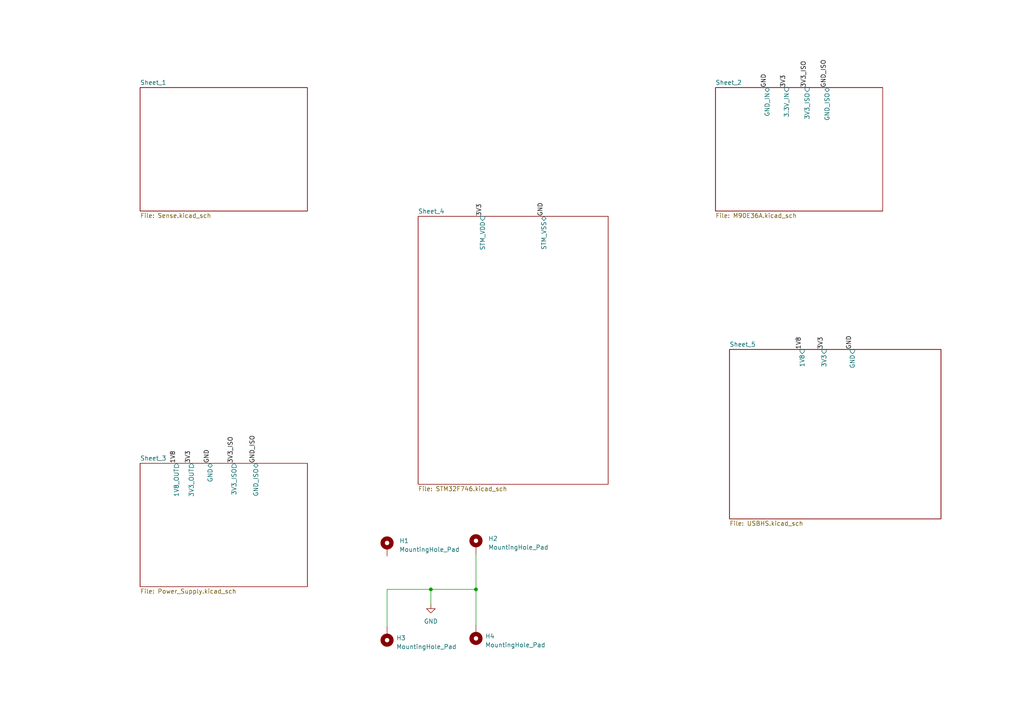
<source format=kicad_sch>
(kicad_sch
	(version 20231120)
	(generator "eeschema")
	(generator_version "8.0")
	(uuid "5e8c30f3-de14-4fc0-8b73-d4747672d79c")
	(paper "A4")
	(lib_symbols
		(symbol "Mechanical:MountingHole_Pad"
			(pin_numbers hide)
			(pin_names
				(offset 1.016) hide)
			(exclude_from_sim no)
			(in_bom yes)
			(on_board yes)
			(property "Reference" "H"
				(at 0 6.35 0)
				(effects
					(font
						(size 1.27 1.27)
					)
				)
			)
			(property "Value" "MountingHole_Pad"
				(at 0 4.445 0)
				(effects
					(font
						(size 1.27 1.27)
					)
				)
			)
			(property "Footprint" ""
				(at 0 0 0)
				(effects
					(font
						(size 1.27 1.27)
					)
					(hide yes)
				)
			)
			(property "Datasheet" "~"
				(at 0 0 0)
				(effects
					(font
						(size 1.27 1.27)
					)
					(hide yes)
				)
			)
			(property "Description" "Mounting Hole with connection"
				(at 0 0 0)
				(effects
					(font
						(size 1.27 1.27)
					)
					(hide yes)
				)
			)
			(property "ki_keywords" "mounting hole"
				(at 0 0 0)
				(effects
					(font
						(size 1.27 1.27)
					)
					(hide yes)
				)
			)
			(property "ki_fp_filters" "MountingHole*Pad*"
				(at 0 0 0)
				(effects
					(font
						(size 1.27 1.27)
					)
					(hide yes)
				)
			)
			(symbol "MountingHole_Pad_0_1"
				(circle
					(center 0 1.27)
					(radius 1.27)
					(stroke
						(width 1.27)
						(type default)
					)
					(fill
						(type none)
					)
				)
			)
			(symbol "MountingHole_Pad_1_1"
				(pin input line
					(at 0 -2.54 90)
					(length 2.54)
					(name "1"
						(effects
							(font
								(size 1.27 1.27)
							)
						)
					)
					(number "1"
						(effects
							(font
								(size 1.27 1.27)
							)
						)
					)
				)
			)
		)
		(symbol "power:GND"
			(power)
			(pin_names
				(offset 0)
			)
			(exclude_from_sim no)
			(in_bom yes)
			(on_board yes)
			(property "Reference" "#PWR"
				(at 0 -6.35 0)
				(effects
					(font
						(size 1.27 1.27)
					)
					(hide yes)
				)
			)
			(property "Value" "GND"
				(at 0 -3.81 0)
				(effects
					(font
						(size 1.27 1.27)
					)
				)
			)
			(property "Footprint" ""
				(at 0 0 0)
				(effects
					(font
						(size 1.27 1.27)
					)
					(hide yes)
				)
			)
			(property "Datasheet" ""
				(at 0 0 0)
				(effects
					(font
						(size 1.27 1.27)
					)
					(hide yes)
				)
			)
			(property "Description" "Power symbol creates a global label with name \"GND\" , ground"
				(at 0 0 0)
				(effects
					(font
						(size 1.27 1.27)
					)
					(hide yes)
				)
			)
			(property "ki_keywords" "global power"
				(at 0 0 0)
				(effects
					(font
						(size 1.27 1.27)
					)
					(hide yes)
				)
			)
			(symbol "GND_0_1"
				(polyline
					(pts
						(xy 0 0) (xy 0 -1.27) (xy 1.27 -1.27) (xy 0 -2.54) (xy -1.27 -1.27) (xy 0 -1.27)
					)
					(stroke
						(width 0)
						(type default)
					)
					(fill
						(type none)
					)
				)
			)
			(symbol "GND_1_1"
				(pin power_in line
					(at 0 0 270)
					(length 0) hide
					(name "GND"
						(effects
							(font
								(size 1.27 1.27)
							)
						)
					)
					(number "1"
						(effects
							(font
								(size 1.27 1.27)
							)
						)
					)
				)
			)
		)
	)
	(junction
		(at 124.968 170.942)
		(diameter 0)
		(color 0 0 0 0)
		(uuid "04133d9e-e369-4afd-aece-532e52e8cc8f")
	)
	(junction
		(at 138.049 170.942)
		(diameter 0)
		(color 0 0 0 0)
		(uuid "11fad33c-93b8-4aaa-b41b-46ee34e75a51")
	)
	(wire
		(pts
			(xy 124.968 170.942) (xy 138.049 170.942)
		)
		(stroke
			(width 0)
			(type default)
		)
		(uuid "2c42d721-ae78-43b4-a64c-97dab090ecec")
	)
	(wire
		(pts
			(xy 124.968 170.942) (xy 124.968 175.26)
		)
		(stroke
			(width 0)
			(type default)
		)
		(uuid "48d88935-34ce-4aaf-8684-f48a2e48d838")
	)
	(wire
		(pts
			(xy 112.268 170.942) (xy 124.968 170.942)
		)
		(stroke
			(width 0)
			(type default)
		)
		(uuid "4ff72170-b211-4614-9feb-f51c6a9cf3ad")
	)
	(wire
		(pts
			(xy 112.268 170.942) (xy 112.268 181.864)
		)
		(stroke
			(width 0)
			(type default)
		)
		(uuid "f2686d8b-3f30-46ce-b480-c0c48562e447")
	)
	(wire
		(pts
			(xy 138.049 170.942) (xy 138.049 181.356)
		)
		(stroke
			(width 0)
			(type default)
		)
		(uuid "f48c19d2-a1d6-415b-b3f9-9f498a43206d")
	)
	(wire
		(pts
			(xy 138.049 160.655) (xy 138.049 170.942)
		)
		(stroke
			(width 0)
			(type default)
		)
		(uuid "fcf8a8e0-0c16-48ce-a567-1d1cff10ce50")
	)
	(label "3V3"
		(at 239.014 101.346 90)
		(fields_autoplaced yes)
		(effects
			(font
				(size 1.27 1.27)
			)
			(justify left bottom)
		)
		(uuid "12566173-008b-458b-b3dd-022fd6aa02fb")
	)
	(label "GND"
		(at 157.7594 62.738 90)
		(fields_autoplaced yes)
		(effects
			(font
				(size 1.27 1.27)
			)
			(justify left bottom)
		)
		(uuid "281f956a-f688-469c-9588-2b0bdb9c85ac")
	)
	(label "1V8"
		(at 51.181 134.366 90)
		(fields_autoplaced yes)
		(effects
			(font
				(size 1.27 1.27)
			)
			(justify left bottom)
		)
		(uuid "61b3188a-1ad0-413c-b562-07c62d814ff5")
	)
	(label "GND_ISO"
		(at 74.2188 134.366 90)
		(fields_autoplaced yes)
		(effects
			(font
				(size 1.27 1.27)
			)
			(justify left bottom)
		)
		(uuid "636bb0f7-82f7-4e4f-bc0a-d6b163a716cb")
	)
	(label "3V3_ISO"
		(at 234.1118 25.4 90)
		(fields_autoplaced yes)
		(effects
			(font
				(size 1.27 1.27)
			)
			(justify left bottom)
		)
		(uuid "7d283d61-ae6f-4a91-96a9-69caa8ebfd5e")
	)
	(label "GND"
		(at 60.96 134.366 90)
		(fields_autoplaced yes)
		(effects
			(font
				(size 1.27 1.27)
			)
			(justify left bottom)
		)
		(uuid "7e7e5faf-a90b-47fb-a7c5-708122779d03")
	)
	(label "1V8"
		(at 232.664 101.346 90)
		(fields_autoplaced yes)
		(effects
			(font
				(size 1.27 1.27)
			)
			(justify left bottom)
		)
		(uuid "8550448f-221a-4400-8cfa-905f1c8a06b4")
	)
	(label "GND"
		(at 222.5294 25.4 90)
		(fields_autoplaced yes)
		(effects
			(font
				(size 1.27 1.27)
			)
			(justify left bottom)
		)
		(uuid "9063f7b6-d6c5-4991-97e2-2c3366ed54eb")
	)
	(label "3V3"
		(at 228.1428 25.4 90)
		(fields_autoplaced yes)
		(effects
			(font
				(size 1.27 1.27)
			)
			(justify left bottom)
		)
		(uuid "98968973-853b-4f7f-b7ed-18d4c43e1338")
	)
	(label "GND"
		(at 247.2436 101.346 90)
		(fields_autoplaced yes)
		(effects
			(font
				(size 1.27 1.27)
			)
			(justify left bottom)
		)
		(uuid "a81e4750-2982-40e1-a361-426649f1651d")
	)
	(label "3V3"
		(at 55.5244 134.366 90)
		(fields_autoplaced yes)
		(effects
			(font
				(size 1.27 1.27)
			)
			(justify left bottom)
		)
		(uuid "a828c548-7c1e-4dd3-9047-cc213e5b7fb5")
	)
	(label "3V3"
		(at 139.9794 62.738 90)
		(fields_autoplaced yes)
		(effects
			(font
				(size 1.27 1.27)
			)
			(justify left bottom)
		)
		(uuid "b1a86c96-caa4-4abc-b025-f30c340766b0")
	)
	(label "3V3_ISO"
		(at 67.8942 134.366 90)
		(fields_autoplaced yes)
		(effects
			(font
				(size 1.27 1.27)
			)
			(justify left bottom)
		)
		(uuid "b68cf69c-bc7b-40e2-a4c0-55a8fa759c68")
	)
	(label "GND_ISO"
		(at 239.903 25.4 90)
		(fields_autoplaced yes)
		(effects
			(font
				(size 1.27 1.27)
			)
			(justify left bottom)
		)
		(uuid "e7c897ef-c862-41f1-a2fb-80d649b5faca")
	)
	(symbol
		(lib_id "Mechanical:MountingHole_Pad")
		(at 138.049 158.115 0)
		(unit 1)
		(exclude_from_sim no)
		(in_bom yes)
		(on_board yes)
		(dnp no)
		(fields_autoplaced yes)
		(uuid "18059b9b-87fb-4c17-b87d-709daf6ff796")
		(property "Reference" "H2"
			(at 141.605 156.21 0)
			(effects
				(font
					(size 1.27 1.27)
				)
				(justify left)
			)
		)
		(property "Value" "MountingHole_Pad"
			(at 141.605 158.75 0)
			(effects
				(font
					(size 1.27 1.27)
				)
				(justify left)
			)
		)
		(property "Footprint" "MountingHole:MountingHole_3.2mm_M3_Pad_Via"
			(at 138.049 158.115 0)
			(effects
				(font
					(size 1.27 1.27)
				)
				(hide yes)
			)
		)
		(property "Datasheet" "~"
			(at 138.049 158.115 0)
			(effects
				(font
					(size 1.27 1.27)
				)
				(hide yes)
			)
		)
		(property "Description" ""
			(at 138.049 158.115 0)
			(effects
				(font
					(size 1.27 1.27)
				)
				(hide yes)
			)
		)
		(pin "1"
			(uuid "92b69edb-e173-484a-8664-7a675dff7b6e")
		)
		(instances
			(project "ST_Node"
				(path "/5e8c30f3-de14-4fc0-8b73-d4747672d79c"
					(reference "H2")
					(unit 1)
				)
			)
		)
	)
	(symbol
		(lib_id "Mechanical:MountingHole_Pad")
		(at 112.268 184.404 180)
		(unit 1)
		(exclude_from_sim no)
		(in_bom yes)
		(on_board yes)
		(dnp no)
		(fields_autoplaced yes)
		(uuid "3cdf6759-237c-47fc-a031-63162c770de9")
		(property "Reference" "H3"
			(at 114.935 185.039 0)
			(effects
				(font
					(size 1.27 1.27)
				)
				(justify right)
			)
		)
		(property "Value" "MountingHole_Pad"
			(at 114.935 187.579 0)
			(effects
				(font
					(size 1.27 1.27)
				)
				(justify right)
			)
		)
		(property "Footprint" "MountingHole:MountingHole_3.2mm_M3_Pad_Via"
			(at 112.268 184.404 0)
			(effects
				(font
					(size 1.27 1.27)
				)
				(hide yes)
			)
		)
		(property "Datasheet" "~"
			(at 112.268 184.404 0)
			(effects
				(font
					(size 1.27 1.27)
				)
				(hide yes)
			)
		)
		(property "Description" ""
			(at 112.268 184.404 0)
			(effects
				(font
					(size 1.27 1.27)
				)
				(hide yes)
			)
		)
		(pin "1"
			(uuid "57f20c6d-6cee-4038-abac-244217db3d95")
		)
		(instances
			(project "ST_Node"
				(path "/5e8c30f3-de14-4fc0-8b73-d4747672d79c"
					(reference "H3")
					(unit 1)
				)
			)
		)
	)
	(symbol
		(lib_id "Mechanical:MountingHole_Pad")
		(at 112.268 158.75 0)
		(unit 1)
		(exclude_from_sim no)
		(in_bom yes)
		(on_board yes)
		(dnp no)
		(fields_autoplaced yes)
		(uuid "5ea9aab1-7bf1-4c9b-91e1-cad33b16acdb")
		(property "Reference" "H1"
			(at 115.824 156.845 0)
			(effects
				(font
					(size 1.27 1.27)
				)
				(justify left)
			)
		)
		(property "Value" "MountingHole_Pad"
			(at 115.824 159.385 0)
			(effects
				(font
					(size 1.27 1.27)
				)
				(justify left)
			)
		)
		(property "Footprint" "MountingHole:MountingHole_3.2mm_M3_Pad_Via"
			(at 112.268 158.75 0)
			(effects
				(font
					(size 1.27 1.27)
				)
				(hide yes)
			)
		)
		(property "Datasheet" "~"
			(at 112.268 158.75 0)
			(effects
				(font
					(size 1.27 1.27)
				)
				(hide yes)
			)
		)
		(property "Description" ""
			(at 112.268 158.75 0)
			(effects
				(font
					(size 1.27 1.27)
				)
				(hide yes)
			)
		)
		(pin "1"
			(uuid "cedd7446-c6be-4058-b53f-b23a75f9ff1a")
		)
		(instances
			(project "ST_Node"
				(path "/5e8c30f3-de14-4fc0-8b73-d4747672d79c"
					(reference "H1")
					(unit 1)
				)
			)
		)
	)
	(symbol
		(lib_id "power:GND")
		(at 124.968 175.26 0)
		(unit 1)
		(exclude_from_sim no)
		(in_bom yes)
		(on_board yes)
		(dnp no)
		(fields_autoplaced yes)
		(uuid "d12aa651-d88f-4945-9a2e-24b7a6e53a63")
		(property "Reference" "#PWR01"
			(at 124.968 181.61 0)
			(effects
				(font
					(size 1.27 1.27)
				)
				(hide yes)
			)
		)
		(property "Value" "GND"
			(at 124.968 180.213 0)
			(effects
				(font
					(size 1.27 1.27)
				)
			)
		)
		(property "Footprint" ""
			(at 124.968 175.26 0)
			(effects
				(font
					(size 1.27 1.27)
				)
				(hide yes)
			)
		)
		(property "Datasheet" ""
			(at 124.968 175.26 0)
			(effects
				(font
					(size 1.27 1.27)
				)
				(hide yes)
			)
		)
		(property "Description" ""
			(at 124.968 175.26 0)
			(effects
				(font
					(size 1.27 1.27)
				)
				(hide yes)
			)
		)
		(pin "1"
			(uuid "67938b75-5ba4-43d9-b1cc-19dc25dee917")
		)
		(instances
			(project "ST_Node"
				(path "/5e8c30f3-de14-4fc0-8b73-d4747672d79c"
					(reference "#PWR01")
					(unit 1)
				)
			)
		)
	)
	(symbol
		(lib_id "Mechanical:MountingHole_Pad")
		(at 138.049 183.896 180)
		(unit 1)
		(exclude_from_sim no)
		(in_bom yes)
		(on_board yes)
		(dnp no)
		(fields_autoplaced yes)
		(uuid "e4dc05e6-8bbc-4e8c-ab67-b205ce5f34a3")
		(property "Reference" "H4"
			(at 140.716 184.531 0)
			(effects
				(font
					(size 1.27 1.27)
				)
				(justify right)
			)
		)
		(property "Value" "MountingHole_Pad"
			(at 140.716 187.071 0)
			(effects
				(font
					(size 1.27 1.27)
				)
				(justify right)
			)
		)
		(property "Footprint" "MountingHole:MountingHole_3.2mm_M3_Pad_Via"
			(at 138.049 183.896 0)
			(effects
				(font
					(size 1.27 1.27)
				)
				(hide yes)
			)
		)
		(property "Datasheet" "~"
			(at 138.049 183.896 0)
			(effects
				(font
					(size 1.27 1.27)
				)
				(hide yes)
			)
		)
		(property "Description" ""
			(at 138.049 183.896 0)
			(effects
				(font
					(size 1.27 1.27)
				)
				(hide yes)
			)
		)
		(pin "1"
			(uuid "239223b2-dda0-462c-bb2a-c28e1329e2fc")
		)
		(instances
			(project "ST_Node"
				(path "/5e8c30f3-de14-4fc0-8b73-d4747672d79c"
					(reference "H4")
					(unit 1)
				)
			)
		)
	)
	(sheet
		(at 40.64 134.366)
		(size 48.514 35.814)
		(fields_autoplaced yes)
		(stroke
			(width 0.1524)
			(type solid)
		)
		(fill
			(color 0 0 0 0.0000)
		)
		(uuid "0091455f-bab1-4f9e-a36d-40166e1e80e0")
		(property "Sheetname" "Sheet_3"
			(at 40.64 133.6544 0)
			(effects
				(font
					(size 1.27 1.27)
				)
				(justify left bottom)
			)
		)
		(property "Sheetfile" "Power_Supply.kicad_sch"
			(at 40.64 170.7646 0)
			(effects
				(font
					(size 1.27 1.27)
				)
				(justify left top)
			)
		)
		(pin "3V3_OUT" output
			(at 55.5244 134.366 90)
			(effects
				(font
					(size 1.27 1.27)
				)
				(justify right)
			)
			(uuid "9c8a5074-3542-4874-b7c5-0135bda0a7a8")
		)
		(pin "GND" bidirectional
			(at 60.96 134.366 90)
			(effects
				(font
					(size 1.27 1.27)
				)
				(justify right)
			)
			(uuid "518d4f55-7696-45dd-a32b-3b20123ba790")
		)
		(pin "3V3_ISO" output
			(at 67.8942 134.366 90)
			(effects
				(font
					(size 1.27 1.27)
				)
				(justify right)
			)
			(uuid "9d0e09fe-0def-48fe-81b1-b2c16114704e")
		)
		(pin "GND_ISO" bidirectional
			(at 74.2188 134.366 90)
			(effects
				(font
					(size 1.27 1.27)
				)
				(justify right)
			)
			(uuid "874f678c-b57d-45b3-8a9c-4ec4dc5024d9")
		)
		(pin "1V8_OUT" output
			(at 51.181 134.366 90)
			(effects
				(font
					(size 1.27 1.27)
				)
				(justify right)
			)
			(uuid "4d0a92fe-a969-4da2-9f95-82bf2b768a13")
		)
		(instances
			(project "ST_Node"
				(path "/5e8c30f3-de14-4fc0-8b73-d4747672d79c"
					(page "4")
				)
			)
		)
	)
	(sheet
		(at 211.582 101.346)
		(size 61.341 49.149)
		(fields_autoplaced yes)
		(stroke
			(width 0.1524)
			(type solid)
		)
		(fill
			(color 0 0 0 0.0000)
		)
		(uuid "79df4d9d-ab26-4ea9-af61-c152309df1ca")
		(property "Sheetname" "Sheet_5"
			(at 211.582 100.6344 0)
			(effects
				(font
					(size 1.27 1.27)
				)
				(justify left bottom)
			)
		)
		(property "Sheetfile" "USBHS.kicad_sch"
			(at 211.582 151.0796 0)
			(effects
				(font
					(size 1.27 1.27)
				)
				(justify left top)
			)
		)
		(pin "1V8" input
			(at 232.664 101.346 90)
			(effects
				(font
					(size 1.27 1.27)
				)
				(justify right)
			)
			(uuid "35a3ad75-242a-4198-be19-38222b4841d0")
		)
		(pin "3V3" input
			(at 239.014 101.346 90)
			(effects
				(font
					(size 1.27 1.27)
				)
				(justify right)
			)
			(uuid "4a5083e8-0c2a-4ef8-9495-07cbb2c0bc0b")
		)
		(pin "GND" input
			(at 247.2436 101.346 90)
			(effects
				(font
					(size 1.27 1.27)
				)
				(justify right)
			)
			(uuid "f5473460-526f-4a5a-bc90-f9d02cf44c5e")
		)
		(instances
			(project "ST_Node"
				(path "/5e8c30f3-de14-4fc0-8b73-d4747672d79c"
					(page "6")
				)
			)
		)
	)
	(sheet
		(at 207.518 25.4)
		(size 48.514 35.814)
		(fields_autoplaced yes)
		(stroke
			(width 0.1524)
			(type solid)
		)
		(fill
			(color 0 0 0 0.0000)
		)
		(uuid "834a3d6e-a892-492a-992a-0a5363e3328a")
		(property "Sheetname" "Sheet_2"
			(at 207.518 24.6884 0)
			(effects
				(font
					(size 1.27 1.27)
				)
				(justify left bottom)
			)
		)
		(property "Sheetfile" "M90E36A.kicad_sch"
			(at 207.518 61.7986 0)
			(effects
				(font
					(size 1.27 1.27)
				)
				(justify left top)
			)
		)
		(pin "GND_IN" bidirectional
			(at 222.5294 25.4 90)
			(effects
				(font
					(size 1.27 1.27)
				)
				(justify right)
			)
			(uuid "8fd393df-59ac-49b3-a29d-72cdf0f2ed38")
		)
		(pin "3.3V_IN" input
			(at 228.1428 25.4 90)
			(effects
				(font
					(size 1.27 1.27)
				)
				(justify right)
			)
			(uuid "b884027f-a17e-4602-bd6a-702059c606ec")
		)
		(pin "3V3_ISO" input
			(at 234.1118 25.4 90)
			(effects
				(font
					(size 1.27 1.27)
				)
				(justify right)
			)
			(uuid "07ed354d-a111-4dab-a717-3a2cfa314793")
		)
		(pin "GND_ISO" bidirectional
			(at 239.903 25.4 90)
			(effects
				(font
					(size 1.27 1.27)
				)
				(justify right)
			)
			(uuid "8b6a8e1c-8e80-443d-bff1-5c96636808ff")
		)
		(instances
			(project "ST_Node"
				(path "/5e8c30f3-de14-4fc0-8b73-d4747672d79c"
					(page "3")
				)
			)
		)
	)
	(sheet
		(at 40.64 25.4)
		(size 48.514 35.814)
		(fields_autoplaced yes)
		(stroke
			(width 0.1524)
			(type solid)
		)
		(fill
			(color 0 0 0 0.0000)
		)
		(uuid "902b0577-e79c-427c-bd68-bbafb225a7e8")
		(property "Sheetname" "Sheet_1"
			(at 40.64 24.6884 0)
			(effects
				(font
					(size 1.27 1.27)
				)
				(justify left bottom)
			)
		)
		(property "Sheetfile" "Sense.kicad_sch"
			(at 40.64 61.7986 0)
			(effects
				(font
					(size 1.27 1.27)
				)
				(justify left top)
			)
		)
		(instances
			(project "ST_Node"
				(path "/5e8c30f3-de14-4fc0-8b73-d4747672d79c"
					(page "2")
				)
			)
		)
	)
	(sheet
		(at 121.285 62.738)
		(size 55.118 77.724)
		(fields_autoplaced yes)
		(stroke
			(width 0.1524)
			(type solid)
		)
		(fill
			(color 0 0 0 0.0000)
		)
		(uuid "df2f6fb4-9e61-4acc-8903-4bc5f1464b01")
		(property "Sheetname" "Sheet_4"
			(at 121.285 62.0264 0)
			(effects
				(font
					(size 1.27 1.27)
				)
				(justify left bottom)
			)
		)
		(property "Sheetfile" "STM32F746.kicad_sch"
			(at 121.285 141.0466 0)
			(effects
				(font
					(size 1.27 1.27)
				)
				(justify left top)
			)
		)
		(pin "STM_VDD" input
			(at 139.9794 62.738 90)
			(effects
				(font
					(size 1.27 1.27)
				)
				(justify right)
			)
			(uuid "1d9d6942-a7b0-4be8-bddc-97ff527abea2")
		)
		(pin "STM_VSS" bidirectional
			(at 157.7594 62.738 90)
			(effects
				(font
					(size 1.27 1.27)
				)
				(justify right)
			)
			(uuid "f7ecd714-92d0-4f6e-921c-785ea5efda1d")
		)
		(instances
			(project "ST_Node"
				(path "/5e8c30f3-de14-4fc0-8b73-d4747672d79c"
					(page "5")
				)
			)
		)
	)
	(sheet_instances
		(path "/"
			(page "1")
		)
	)
)

</source>
